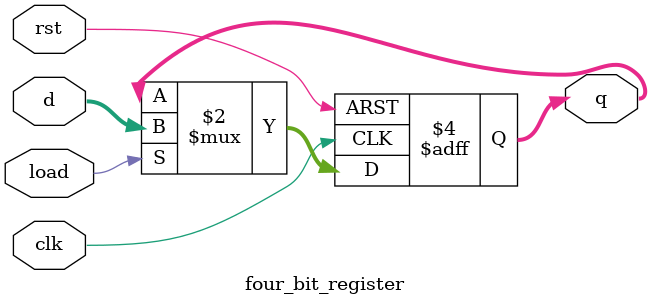
<source format=v>
module four_bit_register (
    input wire clk,         // Clock signal
    input wire rst,         // Reset signal
    input wire load,        // Load enable
    input wire [3:0] d,     // 4-bit input data
    output reg [3:0] q      // 4-bit stored output
);
    always @(posedge clk or posedge rst) begin
        if (rst)
            q <= 4'b0000;  // Reset the register
        else if (load)
            q <= d;       // Load new data
    end
endmodule
</source>
